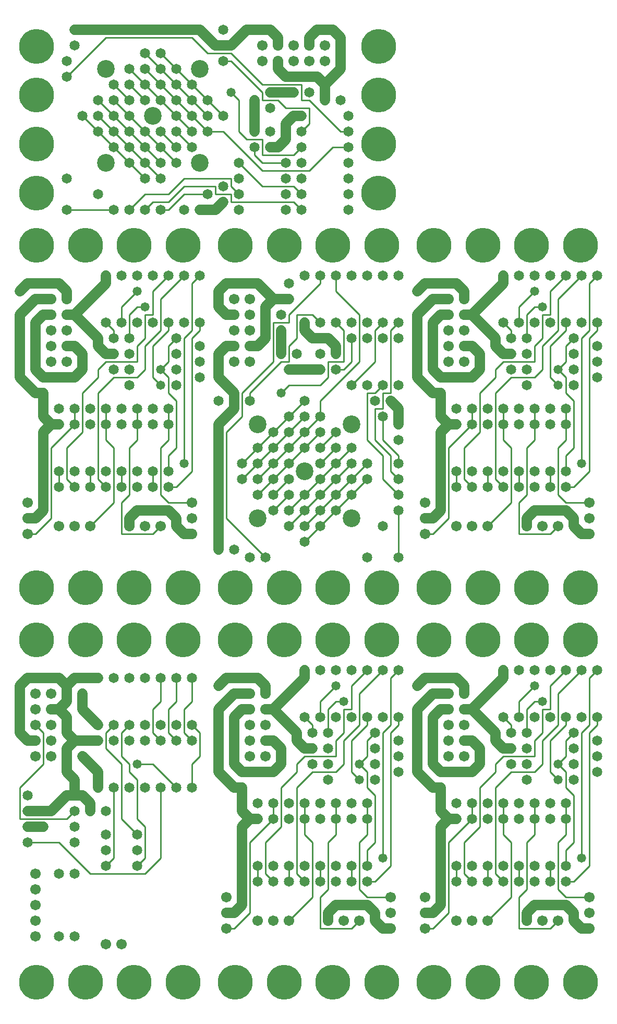
<source format=gtl>
%MOIN*%
%FSLAX25Y25*%
G04 D10 used for Character Trace; *
G04     Circle (OD=.01000) (No hole)*
G04 D11 used for Power Trace; *
G04     Circle (OD=.06500) (No hole)*
G04 D12 used for Signal Trace; *
G04     Circle (OD=.01100) (No hole)*
G04 D13 used for Via; *
G04     Circle (OD=.05800) (Round. Hole ID=.02800)*
G04 D14 used for Component hole; *
G04     Circle (OD=.06500) (Round. Hole ID=.03500)*
G04 D15 used for Component hole; *
G04     Circle (OD=.06700) (Round. Hole ID=.04300)*
G04 D16 used for Component hole; *
G04     Circle (OD=.08100) (Round. Hole ID=.05100)*
G04 D17 used for Component hole; *
G04     Circle (OD=.08900) (Round. Hole ID=.05900)*
G04 D18 used for Component hole; *
G04     Circle (OD=.11300) (Round. Hole ID=.08300)*
G04 D19 used for Component hole; *
G04     Circle (OD=.16000) (Round. Hole ID=.13000)*
G04 D20 used for Component hole; *
G04     Circle (OD=.18300) (Round. Hole ID=.15300)*
G04 D21 used for Component hole; *
G04     Circle (OD=.22291) (Round. Hole ID=.19291)*
%ADD10C,.01000*%
%ADD11C,.06500*%
%ADD12C,.01100*%
%ADD13C,.05800*%
%ADD14C,.06500*%
%ADD15C,.06700*%
%ADD16C,.08100*%
%ADD17C,.08900*%
%ADD18C,.11300*%
%ADD19C,.16000*%
%ADD20C,.18300*%
%ADD21C,.22291*%
%IPPOS*%
%LPD*%
G90*X0Y0D02*D21*X15625Y15625D03*D14*              
X40000Y45000D03*X30000D03*D15*X15000D03*D21*      
X46875Y15625D03*D15*X15000Y55000D03*              
X60000Y40000D03*X15000Y65000D03*X70000Y40000D03*  
X15000Y75000D03*D21*X78125Y15625D03*D12*          
X50000Y85000D02*X85000D01*X50000D02*              
X30000Y105000D01*X10000D01*D14*D03*D13*           
X20000Y115000D03*D11*X10000D01*D14*D03*D12*       
X5000Y120000D02*X35000D01*X40000Y125000D01*D14*   
D03*D11*X50000Y130000D02*X45000Y135000D01*        
X50000Y125000D02*Y130000D01*D14*Y125000D03*       
X40000Y135000D03*D11*X35000D01*X25000Y125000D01*  
X10000D01*D14*D03*D12*X5000Y120000D02*Y140000D01* 
X20000Y155000D01*Y175000D01*X15000Y180000D01*D15* 
D03*X25000Y170000D03*Y190000D03*D11*X30000D01*    
X35000Y185000D01*Y175000D01*X40000Y170000D01*     
X35000Y165000D01*Y150000D01*X40000Y145000D01*     
Y135000D01*X45000D01*D14*X55000Y140000D03*D11*    
Y150000D01*X45000Y160000D01*D14*D03*              
X55000Y170000D03*D11*X45000D01*D14*D03*D11*       
X40000D01*D15*X25000Y180000D03*D14*X55000D03*D11* 
X45000Y190000D01*Y200000D01*D14*D03*              
X55000Y210000D03*D11*X45000D01*D14*D03*D11*       
X40000D01*X35000Y205000D01*Y195000D01*            
X30000Y190000D01*D15*X25000Y200000D03*X15000D03*  
D11*X35000Y205000D02*X30000Y210000D01*X10000D01*  
X5000Y205000D01*Y175000D01*X10000Y170000D01*      
X15000D01*D15*D03*X25000Y160000D03*X15000D03*     
Y190000D03*D14*X10000Y135000D03*X60000Y125000D03* 
D12*X70000Y155000D02*X60000Y165000D01*            
X70000Y120000D02*Y155000D01*X80000Y110000D02*     
X70000Y120000D01*D14*X80000Y110000D03*D12*        
X85000Y95000D02*Y115000D01*X80000Y90000D02*       
X85000Y95000D01*D14*X80000Y90000D03*D12*          
X85000Y85000D02*X95000Y95000D01*Y140000D01*D14*   
D03*X105000D03*D12*X90000Y155000D01*X80000D01*D13*
D03*D12*Y145000D02*X75000Y150000D01*              
X80000Y120000D02*Y145000D01*X85000Y115000D02*     
X80000Y120000D01*D14*Y100000D03*D12*              
X60000Y90000D02*X65000Y95000D01*D14*              
X60000Y90000D03*D12*X65000Y95000D02*Y140000D01*   
D14*D03*D12*X75000Y150000D02*Y155000D01*          
X70000Y160000D01*Y175000D01*X75000Y180000D01*D14* 
D03*X85000Y170000D03*X65000D03*X85000Y180000D03*  
X65000D03*D12*X60000Y175000D01*Y165000D01*D14*    
X75000Y170000D03*X85000Y140000D03*X75000D03*D12*  
X95000Y170000D02*X90000Y175000D01*D14*            
X95000Y170000D03*D12*X105000D02*X100000Y175000D01*
D14*X105000Y170000D03*D12*X115000D02*             
X110000Y175000D01*D14*X115000Y170000D03*D12*      
X120000Y160000D02*Y175000D01*X115000Y155000D02*   
X120000Y160000D01*X115000Y140000D02*Y155000D01*   
D14*Y140000D03*D12*X120000Y175000D02*             
X115000Y180000D01*D14*D03*D12*X110000Y175000D02*  
Y190000D01*X115000Y195000D01*Y210000D01*D14*D03*  
X105000D03*D12*Y195000D01*X100000Y190000D01*      
Y175000D01*D14*X105000Y180000D03*X95000D03*D12*   
X90000Y175000D02*Y190000D01*X95000Y195000D01*     
Y210000D01*D14*D03*X85000D03*X75000D03*D21*       
X109375Y234375D03*X78125D03*D14*X65000Y210000D03* 
D21*X46875Y234375D03*X15625D03*D14*               
X40000Y115000D03*X60000Y110000D03*                
X40000Y105000D03*X60000Y100000D03*D15*            
X15000Y85000D03*D14*X30000D03*X40000D03*D21*      
X109375Y15625D03*G90*X0Y2000D02*X109375Y267625D03*
X78125D03*X46875D03*X15625D03*D15*                
X115000Y302000D03*D11*X110000D01*                 
X105000Y307000D01*Y312000D01*X100000Y317000D01*   
X80000D01*X75000Y312000D01*Y307000D01*D15*D03*D12*
X70000Y302000D02*X90000D01*X95000Y307000D01*D15*  
D03*X85000D03*D12*X100000Y322000D02*X115000D01*   
D15*D03*D12*X100000Y332000D02*X105000D01*D14*     
X100000D03*D12*Y322000D02*X95000Y327000D01*       
Y357000D01*X100000Y362000D01*Y372000D01*D14*D03*  
D12*Y382000D01*D14*D03*D12*X105000Y357000D02*     
Y387000D01*X100000Y352000D02*X105000Y357000D01*   
X100000Y342000D02*Y352000D01*D14*Y342000D03*      
X90000Y332000D03*D12*Y342000D01*D14*D03*          
X80000Y332000D03*Y342000D03*D12*X75000Y327000D02* 
Y357000D01*X70000Y322000D02*X75000Y327000D01*     
X70000Y302000D02*Y322000D01*D15*X50000Y307000D03* 
D12*X65000Y322000D01*Y357000D01*X60000Y362000D01* 
Y372000D01*D14*D03*D12*Y382000D01*D14*D03*        
X70000Y372000D03*X50000D03*X70000Y382000D03*      
X50000D03*D12*X55000Y337000D02*Y392000D01*        
X60000Y332000D02*X55000Y337000D01*D14*            
X60000Y332000D03*X70000Y342000D03*D12*Y332000D01* 
D14*D03*X60000Y342000D03*X50000D03*D12*Y332000D01*
D14*D03*X40000Y342000D03*Y332000D03*D12*          
X35000Y337000D01*Y357000D01*X45000Y367000D01*     
Y392000D01*X55000Y402000D01*Y407000D01*           
X60000Y412000D01*X80000D01*Y422000D01*            
X85000Y427000D01*Y442000D01*X90000D01*Y457000D01* 
X100000Y467000D01*D14*D03*X110000D03*D12*         
X95000Y452000D01*Y432000D01*X85000Y422000D01*     
Y407000D01*X80000Y402000D01*X65000D01*            
X55000Y392000D01*D14*X65000Y407000D03*D11*        
X20000Y402000D02*X40000D01*X20000D02*             
X15000Y407000D01*Y437000D01*X20000Y442000D01*     
X25000D01*D15*D03*X35000Y432000D03*Y452000D03*D11*
Y457000D01*X30000Y462000D01*X10000D01*            
X5000Y457000D01*D13*D03*D11*Y442000D02*           
X15000Y452000D01*X5000Y402000D02*Y442000D01*      
X15000Y392000D02*X5000Y402000D01*X15000Y392000D02*
X20000D01*D13*D03*D11*Y377000D01*X25000Y372000D01*
X20000Y367000D01*Y317000D01*X15000Y312000D01*     
X10000D01*D15*D03*Y322000D03*Y302000D03*D12*      
X15000D01*X25000Y312000D01*Y357000D01*            
X40000Y372000D01*D14*D03*D12*Y382000D01*D14*D03*  
X30000Y372000D03*D11*X25000D01*D14*               
X30000Y382000D03*D11*X40000Y402000D02*            
X45000Y407000D01*Y417000D01*X40000Y422000D01*     
X35000D01*D15*D03*X25000Y432000D03*Y412000D03*    
Y422000D03*X35000Y412000D03*D11*X55000Y427000D02* 
X40000Y442000D01*D14*X55000Y427000D03*D11*        
Y422000D01*X60000Y417000D01*X65000D01*D14*D03*    
X75000Y407000D03*Y427000D03*D12*Y442000D01*       
X80000Y447000D01*X85000D01*D13*D03*D14*           
X80000Y437000D03*D13*Y457000D03*D12*              
X70000Y447000D01*Y437000D01*D14*D03*D12*          
X65000Y427000D02*Y432000D01*D14*Y427000D03*D12*   
Y432000D02*X60000Y437000D01*D14*D03*D11*          
X35000Y442000D02*X40000D01*D15*X35000D03*D11*     
X40000D02*X60000Y462000D01*Y467000D01*D14*D03*    
X70000D03*D21*X78125Y486375D03*D14*               
X80000Y467000D03*D21*X46875Y486375D03*D14*        
X90000Y437000D03*Y467000D03*D15*X25000Y452000D03* 
D11*X15000D01*D21*X15625Y486375D03*D14*           
X75000Y397000D03*Y417000D03*X80000Y382000D03*D12* 
Y372000D01*D14*D03*D12*Y362000D01*                
X75000Y357000D01*D14*X90000Y372000D03*Y382000D03* 
D12*X105000Y387000D02*X100000Y392000D01*          
Y402000D01*X95000Y407000D01*D13*D03*D12*          
X100000Y412000D01*Y422000D01*X105000Y427000D01*   
D14*D03*D12*X90000Y422000D02*X100000Y432000D01*   
X90000Y402000D02*Y422000D01*X95000Y397000D02*     
X90000Y402000D01*D13*X95000Y397000D03*D14*        
X105000Y407000D03*Y397000D03*Y417000D03*          
X120000Y422000D03*Y402000D03*Y412000D03*D12*      
X115000Y342000D02*Y427000D01*X105000Y332000D02*   
X115000Y342000D01*D13*X110000Y347000D03*D12*      
Y427000D01*X115000Y432000D01*Y462000D01*          
X120000Y467000D01*D14*D03*D21*X109375Y486375D03*  
D14*X100000Y437000D03*D12*Y432000D01*D14*         
X110000Y437000D03*D12*X115000Y427000D02*          
X120000Y432000D01*Y437000D01*D14*D03*             
X30000Y342000D03*D12*Y332000D01*D14*D03*D15*      
Y307000D03*X40000D03*X115000Y312000D03*G90*       
X0Y4000D02*D14*X215000Y509000D03*X185000D03*D12*  
X180000Y514000D01*X140000D01*Y519000D01*          
X130000D01*Y524000D01*X110000D01*                 
X100000Y514000D01*X90000D01*X85000Y509000D01*D14* 
D03*X95000D03*D12*X100000D01*X110000Y519000D01*   
X125000D01*D14*D03*X135000Y514000D03*D11*         
X130000Y509000D01*X120000D01*D14*D03*X110000D03*  
X135000Y524000D03*D12*X110000Y529000D02*          
X140000D01*X100000Y519000D02*X110000Y529000D01*   
X85000Y519000D02*X100000D01*X75000Y509000D02*     
X85000Y519000D01*D14*X75000Y509000D03*X65000D03*  
D12*X35000D01*D14*D03*D21*X15625Y519625D03*D14*   
X35000Y529000D03*X55000Y519000D03*D18*            
X60000Y539000D03*D14*X75000Y549000D03*D12*        
X65000Y559000D01*D14*D03*D12*X55000Y569000D01*D14*
D03*X65000Y579000D03*D12*X75000Y569000D01*D14*D03*
D12*X85000Y559000D01*D14*D03*D12*X95000Y549000D01*
D14*D03*D12*X105000Y539000D01*D14*D03*            
X115000Y549000D03*D12*X105000Y559000D01*D14*D03*  
X115000Y569000D03*D12*X105000Y579000D01*D14*D03*  
D12*X95000Y589000D01*D14*D03*D12*X85000Y599000D01*
D14*D03*X95000Y609000D03*D12*X105000Y599000D01*   
D14*D03*D12*X115000Y589000D01*D14*D03*D12*        
X125000Y579000D01*D14*D03*D12*X135000Y569000D01*  
D14*D03*D12*X145000Y579000D02*Y559000D01*         
X140000Y584000D02*X145000Y579000D01*D13*          
X140000Y584000D03*D14*X125000Y569000D03*D12*      
X115000Y579000D01*D14*D03*D12*X105000Y589000D01*  
D14*D03*D12*X95000Y599000D01*D14*D03*D12*         
X85000Y609000D01*D14*D03*X75000Y599000D03*D12*    
X85000Y589000D01*D14*D03*D12*X95000Y579000D01*D14*
D03*D12*X105000Y569000D01*D14*D03*D12*            
X115000Y559000D01*D14*D03*X105000Y549000D03*D12*  
X95000Y559000D01*D14*D03*X85000Y549000D03*D12*    
X75000Y559000D01*D14*D03*D12*X65000Y569000D01*D14*
D03*D12*X55000Y579000D01*D14*D03*X65000Y589000D03*
D12*X75000Y579000D01*D14*D03*X85000D03*D12*       
X75000Y589000D01*D14*D03*D18*X60000Y599000D03*    
X90000Y569000D03*D14*X55000Y559000D03*D12*        
X45000Y569000D01*D14*D03*D12*X55000Y559000D02*    
X65000Y549000D01*D14*D03*D12*X75000Y539000D01*D14*
D03*D12*X85000Y529000D01*D14*D03*X95000Y539000D03*
D12*X85000Y549000D01*X75000D02*X85000Y539000D01*  
D14*D03*D12*X95000Y529000D01*D14*D03*D18*         
X120000Y539000D03*D14*X125000Y559000D03*D12*      
X115000Y569000D01*X125000Y559000D02*X135000D01*   
X160000Y534000D01*X190000D01*X205000Y549000D01*   
X215000D01*D14*D03*Y559000D03*D12*X210000D01*     
X190000Y579000D01*X185000D01*Y589000D01*          
X160000D01*X140000Y609000D01*X125000D01*          
X115000Y619000D01*X60000D01*X35000Y594000D01*D14* 
D03*Y604000D03*D21*X15625Y613375D03*D14*          
X40000Y614000D03*D21*X15625Y582125D03*D14*        
X40000Y624000D03*D11*X85000D01*D13*D03*D11*       
X120000D01*X130000Y614000D01*X135000D01*D14*D03*  
D11*X140000D01*X150000Y624000D01*X165000D01*      
X170000Y619000D01*Y614000D01*D15*D03*             
X180000Y604000D03*X160000D03*X180000Y614000D03*   
X160000D03*X170000Y604000D03*D11*Y599000D01*      
X175000Y594000D01*X195000D01*X200000Y589000D01*   
Y579000D01*D14*D03*X190000Y584000D03*             
X210000Y579000D03*D11*X200000Y589000D02*          
X210000Y599000D01*Y619000D01*X205000Y624000D01*   
X195000D01*X190000Y619000D01*Y614000D01*D15*D03*  
X200000Y604000D03*Y614000D03*X190000Y604000D03*   
D12*X140000D02*X160000Y584000D01*                 
X135000Y604000D02*X140000D01*D14*X135000D03*D18*  
X120000Y599000D03*D14*X135000Y624000D03*D12*      
X160000Y584000D02*Y579000D01*D14*X155000D03*D11*  
Y559000D01*D14*D03*D12*X150000Y554000D02*         
X160000D01*X145000Y559000D02*X150000Y554000D01*   
D14*X155000Y549000D03*D12*Y544000D01*             
X160000Y539000D01*X175000D01*D14*D03*D12*         
X160000Y544000D02*X180000D01*X160000Y554000D02*   
Y544000D01*D14*X165000Y549000D03*D11*X170000D01*  
X175000Y554000D01*Y564000D01*X180000Y569000D01*   
X185000D01*D14*D03*D12*Y559000D02*                
X190000Y564000D01*D14*X185000Y559000D03*D12*      
X190000Y574000D02*Y564000D01*X175000Y574000D02*   
X190000D01*X170000Y579000D02*X175000Y574000D01*   
X160000Y579000D02*X170000D01*D14*                 
X165000Y574000D03*Y584000D03*D11*X180000D01*D14*  
D03*X165000Y559000D03*X215000Y569000D03*          
X185000Y549000D03*D12*X180000Y544000D01*D14*      
X185000Y539000D03*X175000Y529000D03*X185000D03*   
D12*X145000Y539000D02*X160000Y524000D01*D14*      
X145000Y539000D03*D12*X140000Y529000D02*          
Y524000D01*X145000Y519000D01*D14*D03*Y529000D03*  
Y509000D03*D12*X160000Y524000D02*X180000D01*      
X185000Y519000D01*D14*D03*X175000Y509000D03*      
Y519000D03*X215000D03*Y529000D03*Y539000D03*D21*  
X234375Y519625D03*Y550875D03*Y582125D03*          
Y613375D03*X15625Y550875D03*G90*X2000Y0D02*D15*   
X137000Y50000D03*D12*X142000D01*X152000Y60000D01* 
Y105000D01*X167000Y120000D01*D14*D03*D12*         
Y130000D01*D14*D03*X177000Y120000D03*X157000D03*  
D11*X152000D01*X147000Y115000D01*Y65000D01*       
X142000Y60000D01*X137000D01*D15*D03*Y70000D03*D14*
X157000Y80000D03*D12*Y90000D01*D14*D03*D12*       
X167000Y80000D02*X162000Y85000D01*D14*            
X167000Y80000D03*D12*X162000Y85000D02*Y105000D01* 
X172000Y115000D01*Y140000D01*X182000Y150000D01*   
Y155000D01*X187000Y160000D01*X207000D01*          
Y170000D01*X212000Y175000D01*Y190000D01*          
X217000D01*Y205000D01*X227000Y215000D01*D14*D03*  
X237000D03*D12*X222000Y200000D01*Y180000D01*      
X212000Y170000D01*Y155000D01*X207000Y150000D01*   
X192000D01*X182000Y140000D01*Y85000D01*           
X187000Y80000D01*D14*D03*D12*X197000Y50000D02*    
Y70000D01*Y50000D02*X217000D01*X222000Y55000D01*  
D15*D03*D11*X232000Y60000D02*X227000Y65000D01*    
X232000Y55000D02*Y60000D01*X237000Y50000D02*      
X232000Y55000D01*X237000Y50000D02*X242000D01*D15* 
D03*Y60000D03*D11*X207000Y65000D02*X227000D01*    
X202000Y60000D02*X207000Y65000D01*                
X202000Y55000D02*Y60000D01*D15*Y55000D03*         
X212000D03*D12*X197000Y70000D02*X202000Y75000D01* 
Y105000D01*X207000Y110000D01*Y120000D01*D14*D03*  
D12*Y130000D01*D14*D03*X217000Y120000D03*         
X197000D03*X217000Y130000D03*X197000D03*D13*      
X222000Y145000D03*D12*X217000Y150000D01*          
Y170000D01*X227000Y180000D01*Y185000D01*D14*D03*  
D12*X237000Y95000D02*Y175000D01*D13*Y95000D03*D12*
X232000Y80000D02*X242000Y90000D01*                
X227000Y80000D02*X232000D01*D14*X227000D03*D12*   
Y70000D02*X222000Y75000D01*X227000Y70000D02*      
X242000D01*D15*D03*D12*X222000Y75000D02*          
Y105000D01*X227000Y110000D01*Y120000D01*D14*D03*  
D12*Y130000D01*D14*D03*D12*X232000Y105000D02*     
Y135000D01*X227000Y100000D02*X232000Y105000D01*   
X227000Y90000D02*Y100000D01*D14*Y90000D03*        
X217000Y80000D03*D12*Y90000D01*D14*D03*           
X207000Y80000D03*Y90000D03*X197000D03*D12*        
Y80000D01*D14*D03*X187000Y90000D03*D12*           
X177000Y55000D02*X192000Y70000D01*D15*            
X177000Y55000D03*X167000D03*D12*X192000Y70000D02* 
Y105000D01*X187000Y110000D01*Y120000D01*D14*D03*  
D12*Y130000D01*D14*D03*X177000D03*                
X202000Y145000D03*D11*X147000Y150000D02*          
X167000D01*X147000D02*X142000Y155000D01*          
Y185000D01*X147000Y190000D01*X152000D01*D15*D03*  
X162000Y180000D03*Y200000D03*D11*Y205000D01*      
X157000Y210000D01*X137000D01*X132000Y205000D01*   
D13*D03*D11*Y190000D02*X142000Y200000D01*         
X132000Y150000D02*Y190000D01*X142000Y140000D02*   
X132000Y150000D01*X142000Y140000D02*X147000D01*   
D13*D03*D11*Y125000D01*X152000Y120000D01*D14*     
X157000Y130000D03*D11*X167000Y150000D02*          
X172000Y155000D01*Y165000D01*X167000Y170000D01*   
X162000D01*D15*D03*X152000Y180000D03*Y160000D03*  
Y170000D03*X162000Y160000D03*D11*                 
X182000Y175000D02*X167000Y190000D01*D14*          
X182000Y175000D03*D11*Y170000D01*                 
X187000Y165000D01*X192000D01*D14*D03*             
X202000Y155000D03*Y175000D03*D12*Y190000D01*      
X207000Y195000D01*X212000D01*D13*D03*D14*         
X207000Y185000D03*D13*Y205000D03*D12*             
X197000Y195000D01*Y185000D01*D14*D03*D12*         
X192000Y175000D02*Y180000D01*D14*Y175000D03*D12*  
Y180000D02*X187000Y185000D01*D14*D03*D11*         
X162000Y190000D02*X167000D01*D15*X162000D03*D11*  
X167000D02*X187000Y210000D01*Y215000D01*D14*D03*  
X197000D03*D21*X205125Y234375D03*D14*             
X207000Y215000D03*D21*X173875Y234375D03*D14*      
X217000Y185000D03*Y215000D03*D15*                 
X152000Y200000D03*D11*X142000D01*D21*             
X142625Y234375D03*D14*X192000Y155000D03*          
X202000Y165000D03*D13*X222000Y155000D03*D12*      
X227000Y150000D01*Y140000D01*X232000Y135000D01*   
D14*Y145000D03*X247000Y150000D03*                 
X232000Y155000D03*D12*X222000D02*                 
X227000Y160000D01*Y170000D01*X232000Y175000D01*   
D14*D03*D12*X237000D02*X242000Y180000D01*         
Y210000D01*X247000Y215000D01*D14*D03*D21*         
X236375Y234375D03*D14*X237000Y185000D03*          
X247000D03*D12*Y180000D01*X242000Y175000D01*      
Y90000D01*D14*X177000D03*D12*Y80000D01*D14*D03*   
X167000Y90000D03*D15*X157000Y55000D03*D21*        
X142625Y15625D03*X173875D03*X205125D03*X236375D03*
D14*X247000Y160000D03*X232000Y165000D03*          
X247000Y170000D03*G90*X2000Y2000D02*D21*          
X236375Y267625D03*X205125D03*X173875D03*          
X142625D03*D14*X247000Y287000D03*D12*Y317000D01*  
D14*D03*X237000Y307000D03*X247000Y327000D03*D12*  
X237000Y337000D01*Y352000D01*X227000Y362000D01*   
Y392000D01*X232000D01*X237000Y397000D01*D14*D03*  
D12*Y392000D02*X242000D01*X237000Y382000D02*      
Y392000D01*X232000Y382000D02*X237000D01*          
X232000Y362000D02*Y382000D01*X242000Y352000D02*   
X232000Y362000D01*X242000Y342000D02*Y352000D01*   
X247000Y337000D02*X242000Y342000D01*D14*          
X247000Y337000D03*Y347000D03*D12*Y352000D01*      
X237000Y362000D01*Y377000D01*D14*D03*             
X247000Y372000D03*D11*Y382000D01*                 
X242000Y387000D01*D14*D03*D12*Y392000D02*         
Y432000D01*X247000Y437000D01*D14*D03*             
X237000Y427000D03*Y437000D03*D12*                 
X232000Y432000D01*Y412000D01*X217000Y397000D01*   
D14*D03*X207000Y407000D03*D12*X212000D01*         
X217000Y412000D01*Y427000D01*D14*D03*D12*         
X212000Y412000D02*Y432000D01*X202000Y412000D02*   
X212000D01*X202000Y402000D02*Y412000D01*          
X197000Y397000D02*X202000Y402000D01*              
X177000Y397000D02*X197000D01*X172000Y392000D02*   
X177000Y397000D01*D13*X172000Y392000D03*D14*      
X187000Y377000D03*D12*X177000Y367000D01*D14*D03*  
D12*X167000Y357000D01*D14*D03*D12*                
X157000Y347000D01*D14*D03*D12*X147000Y337000D01*  
D14*D03*X157000Y327000D03*D12*X167000Y337000D01*  
D14*D03*D12*X177000Y347000D01*D14*D03*D12*        
X187000Y357000D01*D14*D03*D12*X197000Y367000D01*  
D14*D03*X207000Y357000D03*D12*X197000Y347000D01*  
D14*D03*X207000Y337000D03*D12*X197000Y327000D01*  
D14*D03*D12*X187000Y317000D01*D14*D03*D12*        
X177000Y307000D01*D14*D03*X187000Y297000D03*D12*  
X197000Y307000D01*D14*D03*D12*X207000Y317000D01*  
D14*D03*D12*X217000Y327000D01*D14*D03*D12*        
X227000Y337000D01*D14*D03*X217000Y347000D03*D12*  
X207000Y337000D01*D14*X217000D03*D12*             
X207000Y327000D01*D14*D03*D12*X197000Y317000D01*  
D14*D03*D12*X187000Y307000D01*D14*D03*            
X177000Y317000D03*D12*X187000Y327000D01*D14*D03*  
D12*X197000Y337000D01*D14*D03*D12*                
X207000Y347000D01*D14*D03*D12*X217000Y357000D01*  
D14*D03*X227000Y347000D03*D12*X217000Y337000D01*  
D14*X197000Y357000D03*D12*X207000Y367000D01*D14*  
D03*X197000Y377000D03*D12*X187000Y367000D01*D14*  
D03*D12*X177000Y357000D01*D14*D03*D12*            
X167000Y347000D01*D14*D03*D12*X157000Y337000D01*  
D14*D03*X167000Y327000D03*D12*X177000Y337000D01*  
D14*D03*Y327000D03*D12*X167000Y317000D01*D14*D03* 
D18*X157000Y312000D03*D14*X142000Y292000D03*D18*  
X187000Y342000D03*D14*X152000Y287000D03*          
X162000D03*D12*X137000Y312000D01*Y367000D01*      
X147000Y377000D01*Y392000D01*X167000Y412000D01*   
Y437000D01*X177000D01*Y442000D01*                 
X197000Y462000D01*Y467000D01*D14*D03*D12*         
X222000Y442000D02*X207000Y457000D01*              
X222000Y412000D02*Y442000D01*X197000Y387000D02*   
X222000Y412000D01*X197000Y377000D02*Y387000D01*   
D14*X187000D03*D12*X177000Y377000D01*D14*D03*D12* 
X167000Y367000D01*D14*D03*D12*X157000Y357000D01*  
D14*D03*D12*X147000Y347000D01*D14*D03*D13*        
X132000Y337000D03*D11*Y292000D01*D14*D03*D11*     
Y337000D02*Y372000D01*X142000Y382000D01*          
Y387000D01*D14*D03*D11*Y392000D01*                
X132000Y402000D01*Y417000D01*X137000Y422000D01*   
X142000D01*D15*D03*X152000Y412000D03*Y432000D03*  
Y422000D03*D11*X157000D01*X162000Y427000D01*      
Y447000D01*X167000Y452000D01*X177000D01*D14*D03*  
X172000Y442000D03*X177000Y462000D03*D11*          
X167000Y452000D02*X157000Y462000D01*X137000D01*   
X132000Y457000D01*Y447000D01*X137000Y442000D01*   
X142000D01*D15*D03*X152000Y452000D03*Y442000D03*  
X142000Y452000D03*Y432000D03*D12*                 
X152000Y392000D02*X172000Y412000D01*              
X152000Y387000D02*Y392000D01*D14*Y387000D03*D18*  
X157000Y372000D03*D14*X132000Y387000D03*D12*      
X172000Y412000D02*X177000D01*D14*Y407000D03*D11*  
X197000D01*D14*D03*X207000Y417000D03*D11*         
Y422000D01*X202000Y427000D01*X192000D01*          
X187000Y432000D01*Y437000D01*D14*D03*D12*         
X197000D02*X192000Y442000D01*D14*                 
X197000Y437000D03*D12*X182000Y442000D02*          
X192000D01*X182000Y427000D02*Y442000D01*          
X177000Y422000D02*X182000Y427000D01*              
X177000Y412000D02*Y422000D01*D14*                 
X182000Y417000D03*X172000D03*D11*Y432000D01*D14*  
D03*X197000Y417000D03*D15*X142000Y412000D03*D14*  
X207000Y467000D03*D12*Y457000D01*D14*             
X217000Y467000D03*X227000Y437000D03*              
X187000Y467000D03*X207000Y437000D03*D12*          
X212000Y432000D01*D14*X217000Y437000D03*          
X227000Y427000D03*X247000Y397000D03*Y467000D03*   
X237000D03*X227000D03*X247000Y427000D03*          
X227000Y397000D03*X232000Y387000D03*D21*          
X236375Y486375D03*X205125D03*X173875D03*D18*      
X217000Y372000D03*D21*X142625Y486375D03*D14*      
X247000Y362000D03*D18*X217000Y312000D03*D14*      
X227000Y287000D03*G90*X4000Y0D02*D11*             
X269000Y140000D02*X259000Y150000D01*              
X269000Y140000D02*X274000D01*D13*D03*D11*         
Y125000D01*X279000Y120000D01*X274000Y115000D01*   
Y65000D01*X269000Y60000D01*X264000D01*D15*D03*    
Y70000D03*Y50000D03*D12*X269000D01*               
X279000Y60000D01*Y105000D01*X294000Y120000D01*D14*
D03*D12*Y130000D01*D14*D03*X304000Y120000D03*     
X284000D03*D11*X279000D01*D14*X284000Y130000D03*  
D12*X289000Y85000D02*Y105000D01*X294000Y80000D02* 
X289000Y85000D01*D14*X294000Y80000D03*            
X304000Y90000D03*D12*Y80000D01*D14*D03*D12*       
X314000D02*X309000Y85000D01*D14*X314000Y80000D03* 
D12*X309000Y85000D02*Y140000D01*X319000Y150000D01*
X334000D01*X339000Y155000D01*Y170000D01*          
X349000Y180000D01*Y200000D01*X364000Y215000D01*   
D14*D03*D12*X369000Y180000D02*Y210000D01*         
X364000Y175000D02*X369000Y180000D01*              
X364000Y95000D02*Y175000D01*D13*Y95000D03*D12*    
X359000Y80000D02*X369000Y90000D01*                
X354000Y80000D02*X359000D01*D14*X354000D03*D12*   
Y70000D02*X349000Y75000D01*X354000Y70000D02*      
X369000D01*D15*D03*D11*X359000Y55000D02*Y60000D01*
X364000Y50000D02*X359000Y55000D01*                
X364000Y50000D02*X369000D01*D15*D03*D11*          
X359000Y60000D02*X354000Y65000D01*X334000D01*     
X329000Y60000D01*Y55000D01*D15*D03*D12*           
X324000Y50000D02*X344000D01*X349000Y55000D01*D15* 
D03*X339000D03*D12*X324000Y70000D02*              
X329000Y75000D01*X324000Y50000D02*Y70000D01*D15*  
X304000Y55000D03*D12*X319000Y70000D01*Y105000D01* 
X314000Y110000D01*Y120000D01*D14*D03*D12*         
Y130000D01*D14*D03*X324000Y120000D03*Y130000D03*  
X304000D03*X329000Y145000D03*D12*                 
X289000Y105000D02*X299000Y115000D01*Y140000D01*   
X309000Y150000D01*Y155000D01*X314000Y160000D01*   
X334000D01*Y170000D01*X339000Y175000D01*          
Y190000D01*X344000D01*Y205000D01*                 
X354000Y215000D01*D14*D03*X344000D03*D12*         
X369000Y210000D02*X374000Y215000D01*D14*D03*D21*  
X363375Y234375D03*D14*X344000Y185000D03*          
X354000D03*D12*Y180000D01*X344000Y170000D01*      
Y150000D01*X349000Y145000D01*D13*D03*D12*         
X359000Y135000D02*X354000Y140000D01*              
X359000Y105000D02*Y135000D01*X354000Y100000D02*   
X359000Y105000D01*X354000Y90000D02*Y100000D01*D14*
Y90000D03*X344000Y80000D03*D12*Y90000D01*D14*D03* 
X334000Y80000D03*Y90000D03*D12*X329000Y75000D02*  
Y105000D01*D14*X324000Y80000D03*D12*Y90000D01*D14*
D03*X314000D03*D12*X329000Y105000D02*             
X334000Y110000D01*Y120000D01*D14*D03*D12*         
Y130000D01*D14*D03*X344000Y120000D03*Y130000D03*  
D12*X349000Y105000D02*X354000Y110000D01*          
X349000Y75000D02*Y105000D01*D15*X369000Y60000D03* 
D12*Y90000D02*Y175000D01*X374000Y180000D01*       
Y185000D01*D14*D03*X364000D03*X374000Y170000D03*  
X359000Y175000D03*D12*X354000Y170000D01*          
Y160000D01*X349000Y155000D01*D13*D03*D12*         
X354000Y150000D01*Y140000D01*D14*                 
X359000Y145000D03*X354000Y130000D03*D12*          
Y120000D01*D14*D03*D12*Y110000D01*D14*            
X374000Y150000D03*X359000Y155000D03*X329000D03*   
X319000D03*X374000Y160000D03*D11*                 
X299000Y155000D02*Y165000D01*X294000Y150000D02*   
X299000Y155000D01*X274000Y150000D02*X294000D01*   
X274000D02*X269000Y155000D01*Y185000D01*          
X274000Y190000D01*X279000D01*D15*D03*             
X289000Y180000D03*Y200000D03*D11*Y205000D01*      
X284000Y210000D01*X264000D01*X259000Y205000D01*   
D13*D03*D11*Y190000D02*X269000Y200000D01*         
X259000Y150000D02*Y190000D01*D15*                 
X279000Y170000D03*Y160000D03*Y180000D03*          
X289000Y160000D03*Y170000D03*D11*X294000D01*      
X299000Y165000D01*D14*X309000Y175000D03*D11*      
Y170000D01*X314000Y165000D01*X319000D01*D14*D03*  
X329000Y175000D03*D12*Y190000D01*                 
X334000Y195000D01*X339000D01*D13*D03*D14*         
X334000Y185000D03*D13*Y205000D03*D12*             
X324000Y195000D01*Y185000D01*D14*D03*D12*         
X319000Y175000D02*Y180000D01*D14*Y175000D03*D12*  
Y180000D02*X314000Y185000D01*D14*D03*D11*         
X309000Y175000D02*X294000Y190000D01*X289000D01*   
D15*D03*D11*X294000D02*X314000Y210000D01*         
Y215000D01*D14*D03*X324000D03*D21*                
X332125Y234375D03*D14*X334000Y215000D03*D21*      
X300875Y234375D03*D15*X279000Y200000D03*D11*      
X269000D01*D21*X269625Y234375D03*D14*             
X329000Y165000D03*X359000D03*X284000Y90000D03*D12*
Y80000D01*D14*D03*X294000Y90000D03*D15*           
X284000Y55000D03*X294000D03*D21*X269625Y15625D03* 
X300875D03*X332125D03*X363375D03*G90*             
X4000Y2000D02*X269625Y267625D03*X300875D03*D12*   
X264000Y302000D02*X269000D01*D15*X264000D03*D12*  
X269000D02*X279000Y312000D01*Y357000D01*          
X294000Y372000D01*D14*D03*D12*Y382000D01*D14*D03* 
X304000Y372000D03*X284000D03*D11*X279000D01*      
X274000Y367000D01*Y317000D01*X269000Y312000D01*   
X264000D01*D15*D03*Y322000D03*D14*                
X284000Y332000D03*D12*Y342000D01*D14*D03*D12*     
X294000Y332000D02*X289000Y337000D01*D14*          
X294000Y332000D03*D12*X289000Y337000D02*          
Y357000D01*X299000Y367000D01*Y392000D01*          
X309000Y402000D01*Y407000D01*X314000Y412000D01*   
X334000D01*Y422000D01*X339000Y427000D01*          
Y442000D01*X344000D01*Y457000D01*                 
X354000Y467000D01*D14*D03*X364000D03*D12*         
X349000Y452000D01*Y432000D01*X339000Y422000D01*   
Y407000D01*X334000Y402000D01*X319000D01*          
X309000Y392000D01*Y337000D01*X314000Y332000D01*   
D14*D03*D12*X324000Y302000D02*Y322000D01*         
Y302000D02*X344000D01*X349000Y307000D01*D15*D03*  
D11*X359000Y312000D02*X354000Y317000D01*          
X359000Y307000D02*Y312000D01*X364000Y302000D02*   
X359000Y307000D01*X364000Y302000D02*X369000D01*   
D15*D03*Y312000D03*D11*X334000Y317000D02*         
X354000D01*X329000Y312000D02*X334000Y317000D01*   
X329000Y307000D02*Y312000D01*D15*Y307000D03*      
X339000D03*D12*X324000Y322000D02*                 
X329000Y327000D01*Y357000D01*X334000Y362000D01*   
Y372000D01*D14*D03*D12*Y382000D01*D14*D03*        
X344000Y372000D03*X324000D03*X344000Y382000D03*   
X324000D03*D13*X349000Y397000D03*D12*             
X344000Y402000D01*Y422000D01*X354000Y432000D01*   
Y437000D01*D14*D03*D12*X364000Y347000D02*         
Y427000D01*D13*Y347000D03*D12*X359000Y332000D02*  
X369000Y342000D01*X354000Y332000D02*X359000D01*   
D14*X354000D03*D12*Y322000D02*X349000Y327000D01*  
X354000Y322000D02*X369000D01*D15*D03*D12*         
X349000Y327000D02*Y357000D01*X354000Y362000D01*   
Y372000D01*D14*D03*D12*Y382000D01*D14*D03*D12*    
X359000Y357000D02*Y387000D01*X354000Y352000D02*   
X359000Y357000D01*X354000Y342000D02*Y352000D01*   
D14*Y342000D03*X344000Y332000D03*D12*Y342000D01*  
D14*D03*X334000Y332000D03*Y342000D03*X324000D03*  
D12*Y332000D01*D14*D03*X314000Y342000D03*D12*     
X304000Y307000D02*X319000Y322000D01*D15*          
X304000Y307000D03*X294000D03*D12*                 
X319000Y322000D02*Y357000D01*X314000Y362000D01*   
Y372000D01*D14*D03*D12*Y382000D01*D14*D03*        
X304000D03*X329000Y397000D03*D11*                 
X274000Y402000D02*X294000D01*X274000D02*          
X269000Y407000D01*Y437000D01*X274000Y442000D01*   
X279000D01*D15*D03*X289000Y432000D03*Y452000D03*  
D11*Y457000D01*X284000Y462000D01*X264000D01*      
X259000Y457000D01*D13*D03*D11*Y442000D02*         
X269000Y452000D01*X259000Y402000D02*Y442000D01*   
X269000Y392000D02*X259000Y402000D01*              
X269000Y392000D02*X274000D01*D13*D03*D11*         
Y377000D01*X279000Y372000D01*D14*                 
X284000Y382000D03*D11*X294000Y402000D02*          
X299000Y407000D01*Y417000D01*X294000Y422000D01*   
X289000D01*D15*D03*X279000Y432000D03*Y412000D03*  
Y422000D03*X289000Y412000D03*D11*                 
X309000Y427000D02*X294000Y442000D01*D14*          
X309000Y427000D03*D11*Y422000D01*                 
X314000Y417000D01*X319000D01*D14*D03*             
X329000Y407000D03*Y427000D03*D12*Y442000D01*      
X334000Y447000D01*X339000D01*D13*D03*D14*         
X334000Y437000D03*D13*Y457000D03*D12*             
X324000Y447000D01*Y437000D01*D14*D03*D12*         
X319000Y427000D02*Y432000D01*D14*Y427000D03*D12*  
Y432000D02*X314000Y437000D01*D14*D03*D11*         
X289000Y442000D02*X294000D01*D15*X289000D03*D11*  
X294000D02*X314000Y462000D01*Y467000D01*D14*D03*  
X324000D03*D21*X332125Y486375D03*D14*             
X334000Y467000D03*D21*X300875Y486375D03*D14*      
X344000Y437000D03*Y467000D03*D15*                 
X279000Y452000D03*D11*X269000D01*D21*             
X269625Y486375D03*D14*X319000Y407000D03*          
X329000Y417000D03*D13*X349000Y407000D03*D12*      
X354000Y402000D01*Y392000D01*X359000Y387000D01*   
D14*Y397000D03*X374000Y402000D03*                 
X359000Y407000D03*D12*X349000D02*                 
X354000Y412000D01*Y422000D01*X359000Y427000D01*   
D14*D03*D12*X364000D02*X369000Y432000D01*         
Y462000D01*X374000Y467000D01*D14*D03*D21*         
X363375Y486375D03*D14*X364000Y437000D03*          
X374000D03*D12*Y432000D01*X369000Y427000D01*      
Y342000D01*D14*X304000D03*D12*Y332000D01*D14*D03* 
X294000Y342000D03*D15*X284000Y307000D03*D21*      
X332125Y267625D03*X363375D03*D14*                 
X374000Y412000D03*X359000Y417000D03*              
X374000Y422000D03*M02*                            

</source>
